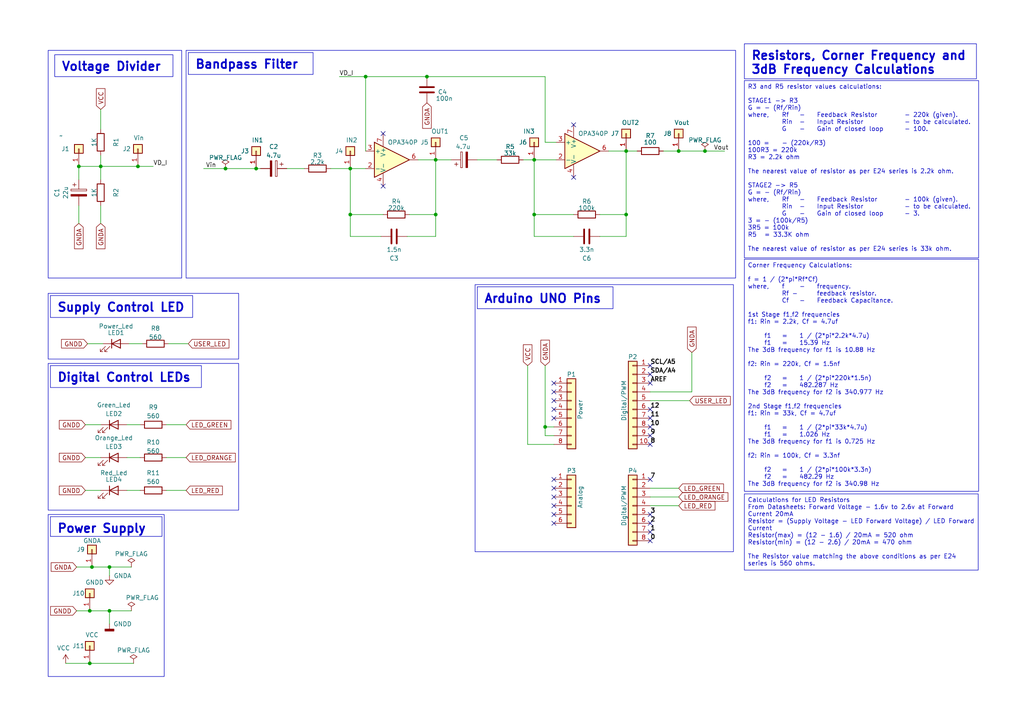
<source format=kicad_sch>
(kicad_sch (version 20230121) (generator eeschema)
  (paper "A4")
  (title_block (title "Amplifier 4th Order Bandpass Filter") (date "2023-04-17") (rev "v1.0") (company "HDA Student/Girish Tabaraddi; Ananya Harish; Drashti Shah") (comment 1 "Group D3"))
  (lib_symbols
    (symbol "Amplifier_Operational:OPA340P" (pin_names (offset 0.127))
      (property "Reference" "U" (at 0 6.35 0))
      (property "Value" "OPA340P" (at 0 3.81 0))
      (symbol "OPA340P_0_1"
        (polyline (pts (xy -5.08 5.08) (xy 5.08 0) (xy -5.08 -5.08) (xy -5.08 5.08)) (stroke (width 0.254)) (fill (type background)))
      )
      (symbol "OPA340P_1_1"
        (pin no_connect line (at -5.08 -2.54 90) (length 2.54) hide (name "NC") (number "1"))
        (pin input line (at -7.62 -2.54 0) (length 2.54) (name "-") (number "2"))
        (pin input line (at -7.62 2.54 0) (length 2.54) (name "+") (number "3"))
        (pin power_in line (at -2.54 -7.62 90) (length 3.81) (name "V-") (number "4"))
        (pin no_connect line (at -2.54 -2.54 90) (length 2.54) hide (name "NC") (number "5"))
        (pin output line (at 7.62 0 180) (length 2.54) (name "~") (number "6"))
        (pin power_in line (at -2.54 7.62 270) (length 3.81) (name "V+") (number "7"))
        (pin no_connect line (at 0 -2.54 90) (length 2.54) hide (name "NC") (number "8"))
      )
    )
    (symbol "Connector_Generic:Conn_01x01" (pin_names (offset 1.016) hide)
      (property "Reference" "J" (at 0 2.54 0))
      (property "Value" "Conn_01x01" (at 0 -2.54 0))
      (symbol "Conn_01x01_1_1"
        (rectangle (start -1.27 0.127) (end 0 -0.127) (stroke (width 0.1524)))
        (rectangle (start -1.27 1.27) (end 1.27 -1.27) (stroke (width 0.254)) (fill (type background)))
        (pin passive line (at -5.08 0 0) (length 3.81) (name "Pin_1") (number "1"))
      )
    )
    (symbol "Connector_Generic:Conn_01x06" (pin_names (offset 1.016) hide)
      (property "Reference" "J" (at 0 7.62 0))
      (property "Value" "Conn_01x06" (at 0 -10.16 0))
      (symbol "Conn_01x06_1_1"
        (rectangle (start -1.27 -7.493) (end 0 -7.747) (stroke (width 0.1524)))
        (rectangle (start -1.27 -4.953) (end 0 -5.207) (stroke (width 0.1524)))
        (rectangle (start -1.27 -2.413) (end 0 -2.667) (stroke (width 0.1524)))
        (rectangle (start -1.27 0.127) (end 0 -0.127) (stroke (width 0.1524)))
        (rectangle (start -1.27 2.667) (end 0 2.413) (stroke (width 0.1524)))
        (rectangle (start -1.27 5.207) (end 0 4.953) (stroke (width 0.1524)))
        (rectangle (start -1.27 6.35) (end 1.27 -8.89) (stroke (width 0.254)) (fill (type background)))
        (pin passive line (at -5.08 5.08 0) (length 3.81) (name "Pin_1") (number "1"))
        (pin passive line (at -5.08 2.54 0) (length 3.81) (name "Pin_2") (number "2"))
        (pin passive line (at -5.08 0 0) (length 3.81) (name "Pin_3") (number "3"))
        (pin passive line (at -5.08 -2.54 0) (length 3.81) (name "Pin_4") (number "4"))
        (pin passive line (at -5.08 -5.08 0) (length 3.81) (name "Pin_5") (number "5"))
        (pin passive line (at -5.08 -7.62 0) (length 3.81) (name "Pin_6") (number "6"))
      )
    )
    (symbol "Connector_Generic:Conn_01x08" (pin_names (offset 1.016) hide)
      (property "Reference" "J" (at 0 10.16 0))
      (property "Value" "Conn_01x08" (at 0 -12.7 0))
      (symbol "Conn_01x08_1_1"
        (rectangle (start -1.27 -10.033) (end 0 -10.287) (stroke (width 0.1524)))
        (rectangle (start -1.27 -7.493) (end 0 -7.747) (stroke (width 0.1524)))
        (rectangle (start -1.27 -4.953) (end 0 -5.207) (stroke (width 0.1524)))
        (rectangle (start -1.27 -2.413) (end 0 -2.667) (stroke (width 0.1524)))
        (rectangle (start -1.27 0.127) (end 0 -0.127) (stroke (width 0.1524)))
        (rectangle (start -1.27 2.667) (end 0 2.413) (stroke (width 0.1524)))
        (rectangle (start -1.27 5.207) (end 0 4.953) (stroke (width 0.1524)))
        (rectangle (start -1.27 7.747) (end 0 7.493) (stroke (width 0.1524)))
        (rectangle (start -1.27 8.89) (end 1.27 -11.43) (stroke (width 0.254)) (fill (type background)))
        (pin passive line (at -5.08 7.62 0) (length 3.81) (name "Pin_1") (number "1"))
        (pin passive line (at -5.08 5.08 0) (length 3.81) (name "Pin_2") (number "2"))
        (pin passive line (at -5.08 2.54 0) (length 3.81) (name "Pin_3") (number "3"))
        (pin passive line (at -5.08 0 0) (length 3.81) (name "Pin_4") (number "4"))
        (pin passive line (at -5.08 -2.54 0) (length 3.81) (name "Pin_5") (number "5"))
        (pin passive line (at -5.08 -5.08 0) (length 3.81) (name "Pin_6") (number "6"))
        (pin passive line (at -5.08 -7.62 0) (length 3.81) (name "Pin_7") (number "7"))
        (pin passive line (at -5.08 -10.16 0) (length 3.81) (name "Pin_8") (number "8"))
      )
    )
    (symbol "Connector_Generic:Conn_01x10" (pin_names (offset 1.016) hide)
      (property "Reference" "J" (at 0 12.7 0))
      (property "Value" "Conn_01x10" (at 0 -15.24 0))
      (symbol "Conn_01x10_1_1"
        (rectangle (start -1.27 -12.573) (end 0 -12.827) (stroke (width 0.1524)))
        (rectangle (start -1.27 -10.033) (end 0 -10.287) (stroke (width 0.1524)))
        (rectangle (start -1.27 -7.493) (end 0 -7.747) (stroke (width 0.1524)))
        (rectangle (start -1.27 -4.953) (end 0 -5.207) (stroke (width 0.1524)))
        (rectangle (start -1.27 -2.413) (end 0 -2.667) (stroke (width 0.1524)))
        (rectangle (start -1.27 0.127) (end 0 -0.127) (stroke (width 0.1524)))
        (rectangle (start -1.27 2.667) (end 0 2.413) (stroke (width 0.1524)))
        (rectangle (start -1.27 5.207) (end 0 4.953) (stroke (width 0.1524)))
        (rectangle (start -1.27 7.747) (end 0 7.493) (stroke (width 0.1524)))
        (rectangle (start -1.27 10.287) (end 0 10.033) (stroke (width 0.1524)))
        (rectangle (start -1.27 11.43) (end 1.27 -13.97) (stroke (width 0.254)) (fill (type background)))
        (pin passive line (at -5.08 10.16 0) (length 3.81) (name "Pin_1") (number "1"))
        (pin passive line (at -5.08 -12.7 0) (length 3.81) (name "Pin_10") (number "10"))
        (pin passive line (at -5.08 7.62 0) (length 3.81) (name "Pin_2") (number "2"))
        (pin passive line (at -5.08 5.08 0) (length 3.81) (name "Pin_3") (number "3"))
        (pin passive line (at -5.08 2.54 0) (length 3.81) (name "Pin_4") (number "4"))
        (pin passive line (at -5.08 0 0) (length 3.81) (name "Pin_5") (number "5"))
        (pin passive line (at -5.08 -2.54 0) (length 3.81) (name "Pin_6") (number "6"))
        (pin passive line (at -5.08 -5.08 0) (length 3.81) (name "Pin_7") (number "7"))
        (pin passive line (at -5.08 -7.62 0) (length 3.81) (name "Pin_8") (number "8"))
        (pin passive line (at -5.08 -10.16 0) (length 3.81) (name "Pin_9") (number "9"))
      )
    )
    (symbol "Device:C" (pin_numbers hide) (pin_names (offset 0.254))
      (property "Reference" "C" (at 0.635 2.54 0))
      (property "Value" "C" (at 0.635 -2.54 0))
      (symbol "C_0_1"
        (polyline (pts (xy -2.032 -0.762) (xy 2.032 -0.762)) (stroke (width 0.508)))
        (polyline (pts (xy -2.032 0.762) (xy 2.032 0.762)) (stroke (width 0.508)))
      )
      (symbol "C_1_1"
        (pin passive line (at 0 3.81 270) (length 2.794) (name "~") (number "1"))
        (pin passive line (at 0 -3.81 90) (length 2.794) (name "~") (number "2"))
      )
    )
    (symbol "Device:C_Polarized" (pin_numbers hide) (pin_names (offset 0.254))
      (property "Reference" "C" (at 0.635 2.54 0))
      (property "Value" "C_Polarized" (at 0.635 -2.54 0))
      (symbol "C_Polarized_0_1"
        (rectangle (start -2.286 0.508) (end 2.286 1.016))
        (polyline (pts (xy -1.778 2.286) (xy -0.762 2.286)))
        (polyline (pts (xy -1.27 2.794) (xy -1.27 1.778)))
        (rectangle (start 2.286 -0.508) (end -2.286 -1.016) (fill (type outline)))
      )
      (symbol "C_Polarized_1_1"
        (pin passive line (at 0 3.81 270) (length 2.794) (name "~") (number "1"))
        (pin passive line (at 0 -3.81 90) (length 2.794) (name "~") (number "2"))
      )
    )
    (symbol "Device:LED" (pin_numbers hide) (pin_names (offset 1.016) hide)
      (property "Reference" "D" (at 0 2.54 0))
      (property "Value" "LED" (at 0 -2.54 0))
      (symbol "LED_0_1"
        (polyline (pts (xy -1.27 -1.27) (xy -1.27 1.27)) (stroke (width 0.254)))
        (polyline (pts (xy -1.27 0) (xy 1.27 0)))
        (polyline (pts (xy 1.27 -1.27) (xy 1.27 1.27) (xy -1.27 0) (xy 1.27 -1.27)) (stroke (width 0.254)))
        (polyline (pts (xy -3.048 -0.762) (xy -4.572 -2.286) (xy -3.81 -2.286) (xy -4.572 -2.286) (xy -4.572 -1.524)))
        (polyline (pts (xy -1.778 -0.762) (xy -3.302 -2.286) (xy -2.54 -2.286) (xy -3.302 -2.286) (xy -3.302 -1.524)))
      )
      (symbol "LED_1_1"
        (pin passive line (at -3.81 0 0) (length 2.54) (name "K") (number "1"))
        (pin passive line (at 3.81 0 180) (length 2.54) (name "A") (number "2"))
      )
    )
    (symbol "Device:R" (pin_numbers hide) (pin_names (offset 0))
      (property "Reference" "R" (at 2.032 0 90))
      (property "Value" "R" (at 0 0 90))
      (symbol "R_0_1"
        (rectangle (start -1.016 -2.54) (end 1.016 2.54) (stroke (width 0.254)))
      )
      (symbol "R_1_1"
        (pin passive line (at 0 3.81 270) (length 1.27) (name "~") (number "1"))
        (pin passive line (at 0 -3.81 90) (length 1.27) (name "~") (number "2"))
      )
    )
    (symbol "VCC_1" (power) (pin_names (offset 0))
      (property "Value" "VCC_1" (at 0 3.81 0))
      (symbol "VCC_1_0_1"
        (polyline (pts (xy -0.762 1.27) (xy 0 2.54)))
        (polyline (pts (xy 0 0) (xy 0 2.54)))
        (polyline (pts (xy 0 2.54) (xy 0.762 1.27)))
      )
      (symbol "VCC_1_1_1"
        (pin power_in line (at 0 0 90) (length 0) hide (name "VCC") (number "1"))
      )
    )
    (symbol "power:GNDA" (power) (pin_names (offset 0))
      (property "Value" "GNDA" (at 0 -3.81 0))
      (symbol "GNDA_0_1"
        (polyline (pts (xy 0 0) (xy 0 -1.27) (xy 1.27 -1.27) (xy 0 -2.54) (xy -1.27 -1.27) (xy 0 -1.27)))
      )
      (symbol "GNDA_1_1"
        (pin power_in line (at 0 0 270) (length 0) hide (name "GNDA") (number "1"))
      )
    )
    (symbol "power:GNDD" (power) (pin_names (offset 0))
      (property "Value" "GNDD" (at 0 -3.175 0))
      (symbol "GNDD_0_1"
        (rectangle (start -1.27 -1.524) (end 1.27 -2.032) (stroke (width 0.254)) (fill (type outline)))
        (polyline (pts (xy 0 0) (xy 0 -1.524)))
      )
      (symbol "GNDD_1_1"
        (pin power_in line (at 0 0 270) (length 0) hide (name "GNDD") (number "1"))
      )
    )
    (symbol "power:PWR_FLAG" (power) (pin_numbers hide) (pin_names (offset 0) hide)
      (property "Value" "PWR_FLAG" (at 0 3.81 0))
      (symbol "PWR_FLAG_0_0"
        (pin power_out line (at 0 0 90) (length 0) (name "pwr") (number "1"))
      )
      (symbol "PWR_FLAG_0_1"
        (polyline (pts (xy 0 0) (xy 0 1.27) (xy -1.016 1.905) (xy 0 2.54) (xy 1.016 1.905) (xy 0 1.27)))
      )
    )
  )
  (junction (at 26.035 177.165))
  (junction (at 101.6 62.23))
  (junction (at 26.67 164.465))
  (junction (at 106.045 22.225))
  (junction (at 181.61 43.815))
  (junction (at 31.75 177.165))
  (junction (at 181.61 62.23))
  (junction (at 126.365 62.23))
  (junction (at 74.295 48.895))
  (junction (at 101.6 48.895))
  (junction (at 154.94 46.355))
  (junction (at 31.75 164.465))
  (junction (at 40.005 48.26))
  (junction (at 26.035 192.405))
  (junction (at 123.825 22.225))
  (junction (at 204.47 43.815))
  (junction (at 22.86 48.26))
  (junction (at 65.405 48.895))
  (junction (at 158.115 123.825))
  (junction (at 126.365 46.355))
  (junction (at 154.94 62.23))
  (junction (at 29.21 48.26))
  (junction (at 196.85 43.815))
  (no_connect (at 188.595 118.745))
  (no_connect (at 188.595 108.585))
  (no_connect (at 188.595 121.285))
  (no_connect (at 188.595 151.765))
  (no_connect (at 188.595 149.225))
  (no_connect (at 160.655 113.665))
  (no_connect (at 188.595 139.065))
  (no_connect (at 160.655 116.205))
  (no_connect (at 188.595 154.305))
  (no_connect (at 188.595 128.905))
  (no_connect (at 188.595 123.825))
  (no_connect (at 188.595 106.045))
  (no_connect (at 111.125 38.735))
  (no_connect (at 160.655 121.285))
  (no_connect (at 160.655 146.685))
  (no_connect (at 166.37 36.195))
  (no_connect (at 160.655 139.065))
  (no_connect (at 160.655 144.145))
  (no_connect (at 188.595 126.365))
  (no_connect (at 188.595 156.845))
  (no_connect (at 160.655 118.745))
  (no_connect (at 160.655 111.125))
  (no_connect (at 188.595 111.125))
  (no_connect (at 160.655 151.765))
  (no_connect (at 111.125 53.975))
  (no_connect (at 166.37 51.435))
  (no_connect (at 160.655 149.225))
  (no_connect (at 160.655 141.605))
  (wire (pts (xy 154.94 62.23) (xy 166.37 62.23)))
  (wire (pts (xy 59.055 48.895) (xy 65.405 48.895)))
  (wire (pts (xy 26.035 192.405) (xy 38.735 192.405)))
  (wire (pts (xy 48.26 123.19) (xy 53.975 123.19)))
  (wire (pts (xy 31.75 164.465) (xy 31.75 167.005)))
  (wire (pts (xy 158.115 41.275) (xy 161.29 41.275)))
  (wire (pts (xy 29.21 64.77) (xy 29.21 59.69)))
  (wire (pts (xy 31.75 164.465) (xy 38.1 164.465)))
  (wire (pts (xy 25.4 99.695) (xy 29.845 99.695)))
  (wire (pts (xy 19.05 192.405) (xy 26.035 192.405)))
  (wire (pts (xy 158.115 123.825) (xy 158.115 126.365)))
  (wire (pts (xy 26.67 164.465) (xy 31.75 164.465)))
  (wire (pts (xy 29.21 45.085) (xy 29.21 48.26)))
  (wire (pts (xy 126.365 68.58) (xy 126.365 62.23)))
  (wire (pts (xy 22.86 48.26) (xy 29.21 48.26)))
  (wire (pts (xy 158.115 22.225) (xy 158.115 41.275)))
  (wire (pts (xy 40.005 48.26) (xy 44.45 48.26)))
  (wire (pts (xy 118.11 68.58) (xy 126.365 68.58)))
  (wire (pts (xy 123.825 22.225) (xy 158.115 22.225)))
  (wire (pts (xy 101.6 62.23) (xy 101.6 48.895)))
  (wire (pts (xy 192.405 43.815) (xy 196.85 43.815)))
  (wire (pts (xy 106.045 43.815) (xy 106.045 22.225)))
  (wire (pts (xy 101.6 48.895) (xy 106.045 48.895)))
  (wire (pts (xy 126.365 46.355) (xy 130.81 46.355)))
  (wire (pts (xy 24.765 132.715) (xy 29.21 132.715)))
  (wire (pts (xy 22.225 164.465) (xy 26.67 164.465)))
  (wire (pts (xy 154.94 68.58) (xy 154.94 62.23)))
  (wire (pts (xy 22.86 52.07) (xy 22.86 48.26)))
  (wire (pts (xy 181.61 43.815) (xy 184.785 43.815)))
  (wire (pts (xy 188.595 113.665) (xy 200.66 113.665)))
  (wire (pts (xy 166.37 68.58) (xy 154.94 68.58)))
  (wire (pts (xy 24.765 142.24) (xy 29.21 142.24)))
  (wire (pts (xy 106.045 22.225) (xy 123.825 22.225)))
  (wire (pts (xy 29.21 31.75) (xy 29.21 37.465)))
  (wire (pts (xy 83.185 48.895) (xy 88.265 48.895)))
  (wire (pts (xy 204.47 43.815) (xy 210.185 43.815)))
  (wire (pts (xy 26.035 177.165) (xy 31.75 177.165)))
  (wire (pts (xy 22.86 64.77) (xy 22.86 59.69)))
  (wire (pts (xy 138.43 46.355) (xy 144.145 46.355)))
  (wire (pts (xy 173.99 68.58) (xy 181.61 68.58)))
  (wire (pts (xy 188.595 144.145) (xy 196.85 144.145)))
  (wire (pts (xy 176.53 43.815) (xy 181.61 43.815)))
  (wire (pts (xy 121.285 46.355) (xy 126.365 46.355)))
  (wire (pts (xy 31.75 177.165) (xy 31.75 180.975)))
  (wire (pts (xy 74.295 48.895) (xy 75.565 48.895)))
  (wire (pts (xy 160.655 126.365) (xy 158.115 126.365)))
  (wire (pts (xy 36.83 123.19) (xy 40.64 123.19)))
  (wire (pts (xy 196.85 43.815) (xy 204.47 43.815)))
  (wire (pts (xy 158.115 106.045) (xy 158.115 123.825)))
  (wire (pts (xy 48.895 99.695) (xy 54.61 99.695)))
  (wire (pts (xy 160.655 128.905) (xy 153.035 128.905)))
  (wire (pts (xy 37.465 99.695) (xy 41.275 99.695)))
  (wire (pts (xy 98.425 22.225) (xy 106.045 22.225)))
  (wire (pts (xy 188.595 116.205) (xy 200.025 116.205)))
  (wire (pts (xy 95.885 48.895) (xy 101.6 48.895)))
  (wire (pts (xy 48.26 142.24) (xy 53.975 142.24)))
  (wire (pts (xy 200.66 102.235) (xy 200.66 113.665)))
  (wire (pts (xy 118.745 62.23) (xy 126.365 62.23)))
  (wire (pts (xy 126.365 62.23) (xy 126.365 46.355)))
  (wire (pts (xy 160.655 123.825) (xy 158.115 123.825)))
  (wire (pts (xy 111.125 62.23) (xy 101.6 62.23)))
  (wire (pts (xy 36.83 142.24) (xy 40.64 142.24)))
  (wire (pts (xy 29.21 48.26) (xy 29.21 52.07)))
  (wire (pts (xy 188.595 146.685) (xy 196.85 146.685)))
  (wire (pts (xy 151.765 46.355) (xy 154.94 46.355)))
  (wire (pts (xy 22.225 177.165) (xy 26.035 177.165)))
  (wire (pts (xy 181.61 62.23) (xy 181.61 68.58)))
  (wire (pts (xy 188.595 141.605) (xy 196.85 141.605)))
  (wire (pts (xy 48.26 132.715) (xy 53.975 132.715)))
  (wire (pts (xy 154.94 62.23) (xy 154.94 46.355)))
  (wire (pts (xy 36.83 132.715) (xy 40.64 132.715)))
  (wire (pts (xy 29.21 48.26) (xy 40.005 48.26)))
  (wire (pts (xy 31.75 177.165) (xy 38.1 177.165)))
  (wire (pts (xy 101.6 68.58) (xy 101.6 62.23)))
  (wire (pts (xy 65.405 48.895) (xy 74.295 48.895)))
  (wire (pts (xy 24.765 123.19) (xy 29.21 123.19)))
  (wire (pts (xy 110.49 68.58) (xy 101.6 68.58)))
  (wire (pts (xy 173.99 62.23) (xy 181.61 62.23)))
  (wire (pts (xy 153.035 128.905) (xy 153.035 106.045)))
  (wire (pts (xy 181.61 43.815) (xy 181.61 62.23)))
  (wire (pts (xy 154.94 46.355) (xy 161.29 46.355)))
  (rectangle (start 13.97 149.225) (end 47.625 196.215))
  (rectangle (start 137.795 82.55) (end 212.725 160.02))
  (rectangle (start 13.97 105.41) (end 69.215 147.955))
  (rectangle (start 13.97 85.09) (end 69.215 104.14))
  (rectangle (start 13.97 14.605) (end 52.705 80.645))
  (rectangle (start 53.975 14.605) (end 213.36 80.645))
  (text_box "Arduino UNO Pins" (at 138.43 83.185 0) (size 39.37 6.35) (effects (font (size 2.5 2.5) (thickness 0.5) bold) (justify left top)))
  (text_box "Supply Control LED" (at 14.605 85.725 0) (size 41.275 6.35) (effects (font (size 2.5 2.5) bold) (justify left top)))
  (text_box "Voltage Divider" (at 15.875 15.875 0) (size 34.29 6.35) (effects (font (size 2.5 2.5) (thickness 0.5) bold) (justify left top)))
  (text_box "Corner Frequency Calculations:\n\nf = 1 / (2*pi*Rf*Cf)\nwhere, 	f	-	frequency.\n		Rf - 	feedback resistor.\n		Cf	- 	Feedback Capacitance.\n\n1st Stage f1,f2 frequencies\nf1: Rin = 2.2k, Cf = 4.7uf\n\n	f1	=	1 / (2*pi*2.2k*4.7u)\n	f1 	= 	15.39 Hz\nThe 3dB frequency for f1 is 10.88 Hz\n\nf2: Rin = 220k, Cf = 1.5nf\n\n	f2	=	1 / (2*pi*220k*1.5n)\n	f2 	= 	482.287 Hz\nThe 3dB frequency for f2 is 340.977 Hz\n\n2nd Stage f1,f2 frequencies\nf1: Rin = 33k, Cf = 4.7uf\n\n	f1	=	1 / (2*pi*33k*4.7u)\n	f1 	= 	1.026 Hz\nThe 3dB frequency for f1 is 0.725 Hz\n\nf2: Rin = 100k, Cf = 3.3nf\n\n	f2	=	1 / (2*pi*100k*3.3n)\n	f2 	= 	482.29 Hz\nThe 3dB frequency for f2 is 340.98 Hz" (at 215.9 75.184 0) (size 67.945 67.31) (effects (font (size 1.27 1.27)) (justify left top)))
  (text_box "Bandpass Filter" (at 54.61 15.24 0) (size 36.195 6.35) (effects (font (size 2.5 2.5) bold) (justify left top)))
  (text_box "R3 and R5 resistor values calculations:\n\nSTAGE1 -> R3\nG =	- (Rf/Rin)\nwhere, 	Rf	-	Feedback Resistor 	- 220k (given).\n		Rin	- 	Input Resistor 		- to be calculated.\n		G	- 	Gain of closed loop	- 100.\n\n100 =	- (220k/R3)\n100R3 = 220k\nR3 = 2.2k ohm\n\nThe nearest value of resistor as per E24 series is 2.2k ohm. \n\nSTAGE2 -> R5\nG =	- (Rf/Rin)\nwhere, 	Rf	-	Feedback Resistor 	- 100k (given).\n		Rin	- 	Input Resistor 		- to be calculated.\n		G	- 	Gain of closed loop	- 3.\n3 = - (100k/R5)\n3R5 = 100k\nR5	= 33.3K ohm\n\nThe nearest value of resistor as per E24 series is 33k ohm. " (at 215.9 23.368 0) (size 67.945 51.435) (effects (font (size 1.27 1.27)) (justify left top)))
  (text_box "Digital Control LEDs" (at 14.605 106.045 0) (size 43.815 6.35) (effects (font (size 2.5 2.5) (thickness 0.5) bold) (justify left top)))
  (text_box "Resistors, Corner Frequency and 3dB Frequency Calculations" (at 215.9 12.7 0) (size 67.31 10.16) (effects (font (size 2.5 2.5) (thickness 0.5) bold) (justify left top)))
  (text_box "Power Supply" (at 14.605 149.86 0) (size 32.385 5.715) (effects (font (size 2.5 2.5) bold) (justify left top)))
  (text_box "Calculations for LED Resistors\nFrom Datasheets: Forward Voltage - 1.6v to 2.6v at Forward Current 20mA\nResistor = (Supply Voltage - LED Forward Voltage) / LED Forward Current\nResistor(max) = (12 - 1.6) / 20mA = 520 ohm\nResistor(min) = (12 - 2.6) / 20mA = 470 ohm\n\nThe Resistor value matching the above conditions as per E24 series is 560 ohms.\n" (at 215.9 143.256 0) (size 67.818 22.098) (effects (font (size 1.27 1.27)) (justify left top)))
  (label "9" (at 188.595 126.365 0) (effects (font bold)))
  (label "11" (at 188.595 121.285 0) (effects (font bold)))
  (label "8" (at 188.595 128.905 0) (effects (font bold)))
  (label "12" (at 188.595 118.745 0) (effects (font bold)))
  (label "AREF" (at 188.595 111.125 0) (effects (font bold)))
  (label "7" (at 188.595 139.065 0) (effects (font bold)))
  (label "0" (at 188.595 156.845 0) (effects (font bold)))
  (label "VD_I" (at 44.45 48.26 0))
  (label "2" (at 188.595 151.765 0) (effects (font bold)))
  (label "Vin" (at 59.69 48.895 0))
  (label "3" (at 188.595 149.225 0) (effects (font bold)))
  (label "SDA{slash}A4" (at 188.595 108.585 0) (effects (font bold)))
  (label "Vout" (at 207.01 43.815 0))
  (label "10" (at 188.595 123.825 0) (effects (font bold)))
  (label "VD_I" (at 98.425 22.225 0))
  (label "1" (at 188.595 154.305 0) (effects (font bold)))
  (label "SCL{slash}A5" (at 188.595 106.045 0) (effects (font bold)))
  (global_label "LED_RED" (shape input) (at 53.975 142.24 0) (property "Intersheetrefs" "${INTERSHEET_REFS}" (effects hide)))
  (global_label "GNDA" (shape input) (at 22.225 164.465 180) (property "Intersheetrefs" "${INTERSHEET_REFS}" (effects hide)))
  (global_label "GNDA" (shape input) (at 123.825 29.845 270) (property "Intersheetrefs" "${INTERSHEET_REFS}" (effects hide)))
  (global_label "VCC" (shape input) (at 153.035 106.045 90) (property "Intersheetrefs" "${INTERSHEET_REFS}" (effects hide)))
  (global_label "GNDA" (shape input) (at 158.115 106.045 90) (property "Intersheetrefs" "${INTERSHEET_REFS}" (effects hide)))
  (global_label "VCC" (shape input) (at 29.21 31.75 90) (property "Intersheetrefs" "${INTERSHEET_REFS}" (effects hide)))
  (global_label "GNDD" (shape input) (at 25.4 99.695 180) (property "Intersheetrefs" "${INTERSHEET_REFS}" (effects hide)))
  (global_label "GNDA" (shape input) (at 22.86 64.77 270) (property "Intersheetrefs" "${INTERSHEET_REFS}" (effects hide)))
  (global_label "GNDA" (shape input) (at 29.21 64.77 270) (property "Intersheetrefs" "${INTERSHEET_REFS}" (effects hide)))
  (global_label "GNDD" (shape input) (at 24.765 123.19 180) (property "Intersheetrefs" "${INTERSHEET_REFS}" (effects hide)))
  (global_label "LED_GREEN" (shape input) (at 53.975 123.19 0) (property "Intersheetrefs" "${INTERSHEET_REFS}" (effects hide)))
  (global_label "USER_LED" (shape input) (at 200.025 116.205 0) (property "Intersheetrefs" "${INTERSHEET_REFS}" (effects hide)))
  (global_label "GNDD" (shape input) (at 22.225 177.165 180) (property "Intersheetrefs" "${INTERSHEET_REFS}" (effects hide)))
  (global_label "LED_ORANGE" (shape input) (at 196.85 144.145 0) (property "Intersheetrefs" "${INTERSHEET_REFS}" (effects hide)))
  (global_label "GNDA" (shape input) (at 200.66 102.235 90) (property "Intersheetrefs" "${INTERSHEET_REFS}" (effects hide)))
  (global_label "LED_ORANGE" (shape input) (at 53.975 132.715 0) (property "Intersheetrefs" "${INTERSHEET_REFS}" (effects hide)))
  (global_label "LED_RED" (shape input) (at 196.85 146.685 0) (property "Intersheetrefs" "${INTERSHEET_REFS}" (effects hide)))
  (global_label "GNDD" (shape input) (at 24.765 142.24 180) (property "Intersheetrefs" "${INTERSHEET_REFS}" (effects hide)))
  (global_label "GNDD" (shape input) (at 24.765 132.715 180) (property "Intersheetrefs" "${INTERSHEET_REFS}" (effects hide)))
  (global_label "LED_GREEN" (shape input) (at 196.85 141.605 0) (property "Intersheetrefs" "${INTERSHEET_REFS}" (effects hide)))
  (global_label "USER_LED" (shape input) (at 54.61 99.695 0) (property "Intersheetrefs" "${INTERSHEET_REFS}" (effects hide)))
  (symbol (lib_id "Connector_Generic:Conn_01x08") (at 165.735 118.745 0) (unit 1)
    (property "Reference" "P1" (at 165.735 108.585 0))
    (property "Value" "Power" (at 168.275 118.745 90))
    (property "Footprint" "Connector_PinSocket_2.54mm:PinSocket_1x08_P2.54mm_Vertical" (effects hide))
  )
  (symbol (lib_id "Connector_Generic:Conn_01x10") (at 183.515 116.205 0) (mirror y) (unit 1)
    (property "Reference" "P2" (at 183.515 103.505 0))
    (property "Value" "Digital/PWM" (at 180.975 116.205 90))
    (property "Footprint" "Connector_PinSocket_2.54mm:PinSocket_1x10_P2.54mm_Vertical" (effects hide))
  )
  (symbol (lib_id "Connector_Generic:Conn_01x06") (at 165.735 144.145 0) (unit 1)
    (property "Reference" "P3" (at 165.735 136.525 0))
    (property "Value" "Analog" (at 168.275 144.145 90))
    (property "Footprint" "Connector_PinSocket_2.54mm:PinSocket_1x06_P2.54mm_Vertical" (effects hide))
  )
  (symbol (lib_id "Connector_Generic:Conn_01x08") (at 183.515 146.685 0) (mirror y) (unit 1)
    (property "Reference" "P4" (at 183.515 136.525 0))
    (property "Value" "Digital/PWM" (at 180.975 146.685 90))
    (property "Footprint" "Connector_PinSocket_2.54mm:PinSocket_1x08_P2.54mm_Vertical" (effects hide))
  )
  (symbol (lib_id "power:PWR_FLAG") (at 38.1 164.465 0) (unit 1)
    (property "Reference" "#FLG01" (effects hide))
    (property "Value" "PWR_FLAG" (at 38.1 160.655 0))
  )
  (symbol (lib_id "Device:C_Polarized") (at 22.86 55.88 0) (unit 1)
    (property "Reference" "C1" (at 16.51 55.88 90))
    (property "Value" "22u" (at 19.05 55.88 90))
    (property "Footprint" "Capacitor_THT:CP_Radial_D5.0mm_P2.50mm" (effects hide))
  )
  (symbol (lib_id "Device:LED") (at 33.655 99.695 0) (unit 1)
    (property "Reference" "LED1" (at 33.655 96.52 0))
    (property "Value" "Power_Led" (at 33.655 94.615 0))
    (property "Footprint" "Diode_SMD:D_1206_3216Metric_Pad1.42x1.75mm_HandSolder" (effects hide))
  )
  (symbol (lib_id "power:PWR_FLAG") (at 38.735 192.405 0) (unit 1)
    (property "Reference" "#FLG03" (effects hide))
    (property "Value" "PWR_FLAG" (at 38.735 188.595 0))
  )
  (symbol (lib_id "Connector_Generic:Conn_01x01") (at 74.295 43.815 90) (unit 1)
    (property "Reference" "J3" (at 69.85 43.815 90) (effects (justify right)))
    (property "Value" "IN1" (at 73.025 40.64 90) (effects (justify right)))
    (property "Footprint" "Connector_Pin:Pin_D1.0mm_L10.0mm" (effects hide))
  )
  (symbol (lib_id "Device:LED") (at 33.02 132.715 0) (unit 1)
    (property "Reference" "LED3" (at 33.02 129.54 0))
    (property "Value" "Orange_Led" (at 33.02 127 0))
    (property "Footprint" "Diode_SMD:D_1206_3216Metric_Pad1.42x1.75mm_HandSolder" (effects hide))
  )
  (symbol (lib_id "Device:R") (at 44.45 132.715 90) (unit 1)
    (property "Reference" "R10" (at 44.45 128.27 90))
    (property "Value" "560" (at 44.45 130.81 90))
    (property "Footprint" "Resistor_THT:R_Axial_DIN0204_L3.6mm_D1.6mm_P5.08mm_Horizontal" (effects hide))
  )
  (symbol (lib_id "power:PWR_FLAG") (at 38.1 177.165 0) (unit 1)
    (property "Reference" "#FLG02" (effects hide))
    (property "Value" "PWR_FLAG" (at 41.275 173.355 0))
  )
  (symbol (lib_id "Device:R") (at 147.955 46.355 90) (unit 1)
    (property "Reference" "R5" (at 147.955 42.545 90))
    (property "Value" "33k" (at 147.955 44.45 90))
    (property "Footprint" "Resistor_THT:R_Axial_DIN0204_L3.6mm_D1.6mm_P5.08mm_Horizontal" (effects hide))
  )
  (symbol (lib_id "Amplifier_Operational:OPA340P") (at 168.91 43.815 0) (unit 1)
    (property "Reference" "U2" (effects hide))
    (property "Value" "OPA340P" (at 172.085 38.735 0))
    (property "Footprint" "Package_DIP:DIP-8_W7.62mm" (effects hide))
    (property "Datasheet" "http://www.ti.com/lit/ds/symlink/opa340.pdf" (effects hide))
  )
  (symbol (lib_id "Device:R") (at 44.45 123.19 90) (unit 1)
    (property "Reference" "R9" (at 44.45 118.11 90))
    (property "Value" "560" (at 44.45 120.65 90))
    (property "Footprint" "Resistor_THT:R_Axial_DIN0204_L3.6mm_D1.6mm_P5.08mm_Horizontal" (effects hide))
  )
  (symbol (lib_id "Device:LED") (at 33.02 142.24 0) (unit 1)
    (property "Reference" "LED4" (at 33.02 139.065 0))
    (property "Value" "Red_Led" (at 33.02 137.16 0))
    (property "Footprint" "Diode_SMD:D_1206_3216Metric_Pad1.42x1.75mm_HandSolder" (effects hide))
  )
  (symbol (lib_id "Connector_Generic:Conn_01x01") (at 26.67 159.385 90) (unit 1)
    (property "Reference" "J9" (at 22.225 159.385 90) (effects (justify right)))
    (property "Value" "GNDA" (at 24.13 156.845 90) (effects (justify right)))
    (property "Footprint" "Connector_Pin:Pin_D1.0mm_L10.0mm" (effects hide))
  )
  (symbol (lib_id "Connector_Generic:Conn_01x01") (at 126.365 41.275 90) (unit 1)
    (property "Reference" "J5" (at 121.92 41.275 90) (effects (justify right)))
    (property "Value" "OUT1" (at 125.095 38.1 90) (effects (justify right)))
    (property "Footprint" "Connector_Pin:Pin_D1.0mm_L10.0mm" (effects hide))
  )
  (symbol (lib_id "Device:R") (at 114.935 62.23 90) (unit 1)
    (property "Reference" "R4" (at 114.935 58.42 90))
    (property "Value" "220k" (at 114.935 60.325 90))
    (property "Footprint" "Resistor_THT:R_Axial_DIN0204_L3.6mm_D1.6mm_P5.08mm_Horizontal" (effects hide))
  )
  (symbol (lib_id "power:PWR_FLAG") (at 204.47 43.815 0) (unit 1)
    (property "Reference" "#FLG05" (effects hide))
    (property "Value" "PWR_FLAG" (at 204.47 40.64 0))
  )
  (symbol (lib_id "power:GNDD") (at 31.75 180.975 0) (unit 1)
    (property "Reference" "#PWR02" (effects hide))
    (property "Value" "GNDD" (at 35.56 180.975 0))
  )
  (symbol (lib_id "Device:R") (at 188.595 43.815 90) (unit 1)
    (property "Reference" "R7" (at 188.595 39.37 90))
    (property "Value" "100" (at 188.595 41.275 90))
    (property "Footprint" "Resistor_THT:R_Axial_DIN0204_L3.6mm_D1.6mm_P5.08mm_Horizontal" (effects hide))
  )
  (symbol (lib_id "Device:R") (at 170.18 62.23 90) (unit 1)
    (property "Reference" "R6" (at 170.18 58.42 90))
    (property "Value" "100k" (at 170.18 60.325 90))
    (property "Footprint" "Resistor_THT:R_Axial_DIN0204_L3.6mm_D1.6mm_P5.08mm_Horizontal" (effects hide))
  )
  (symbol (lib_id "Connector_Generic:Conn_01x01") (at 40.005 43.18 90) (unit 1)
    (property "Reference" "J2" (at 35.56 43.18 90) (effects (justify right)))
    (property "Value" "Vin" (at 38.735 40.005 90) (effects (justify right)))
    (property "Footprint" "Connector_Pin:Pin_D1.0mm_L10.0mm" (effects hide))
  )
  (symbol (lib_id "Device:R") (at 44.45 142.24 90) (unit 1)
    (property "Reference" "R11" (at 44.45 137.16 90))
    (property "Value" "560" (at 44.45 139.7 90))
    (property "Footprint" "Resistor_THT:R_Axial_DIN0204_L3.6mm_D1.6mm_P5.08mm_Horizontal" (effects hide))
  )
  (symbol (lib_id "Connector_Generic:Conn_01x01") (at 22.86 43.18 90) (unit 1)
    (property "Reference" "J1" (at 17.78 43.18 90) (effects (justify right)))
    (property "Value" "~" (at 17.145 39.37 90) (effects (justify right)))
    (property "Footprint" "Connector_Pin:Pin_D1.0mm_L10.0mm" (effects hide))
  )
  (symbol (lib_id "Amplifier_Operational:OPA340P") (at 113.665 46.355 0) (unit 1)
    (property "Reference" "U1" (effects hide))
    (property "Value" "OPA340P" (at 116.84 41.275 0))
    (property "Footprint" "Package_DIP:DIP-8_W7.62mm" (effects hide))
    (property "Datasheet" "http://www.ti.com/lit/ds/symlink/opa340.pdf" (effects hide))
  )
  (symbol (lib_id "Device:R") (at 92.075 48.895 90) (unit 1)
    (property "Reference" "R3" (at 92.075 45.085 90))
    (property "Value" "2.2k" (at 92.075 46.99 90))
    (property "Footprint" "Resistor_THT:R_Axial_DIN0204_L3.6mm_D1.6mm_P5.08mm_Horizontal" (effects hide))
  )
  (symbol (lib_id "Connector_Generic:Conn_01x01") (at 26.035 172.085 90) (unit 1)
    (property "Reference" "J10" (at 20.955 172.085 90) (effects (justify right)))
    (property "Value" "GNDD" (at 24.765 168.91 90) (effects (justify right)))
    (property "Footprint" "Connector_Pin:Pin_D1.0mm_L10.0mm" (effects hide))
  )
  (symbol (lib_id "power:PWR_FLAG") (at 65.405 48.895 0) (unit 1)
    (property "Reference" "#FLG04" (effects hide))
    (property "Value" "PWR_FLAG" (at 65.405 45.72 0))
  )
  (symbol (lib_id "Device:C") (at 170.18 68.58 90) (unit 1)
    (property "Reference" "C6" (at 170.18 74.93 90))
    (property "Value" "3.3n" (at 170.18 72.39 90))
    (property "Footprint" "Capacitor_THT:C_Disc_D4.3mm_W1.9mm_P5.00mm" (effects hide))
  )
  (symbol (lib_id "Device:C_Polarized") (at 79.375 48.895 270) (unit 1)
    (property "Reference" "C2" (at 79.375 42.545 90))
    (property "Value" "4.7u" (at 79.375 45.085 90))
    (property "Footprint" "Capacitor_THT:CP_Radial_D5.0mm_P2.50mm" (effects hide))
  )
  (symbol (lib_id "Connector_Generic:Conn_01x01") (at 26.035 187.325 90) (unit 1)
    (property "Reference" "J11" (at 20.955 187.325 90) (effects (justify right)))
    (property "Value" "VCC" (at 24.765 184.15 90) (effects (justify right)))
    (property "Footprint" "Connector_Pin:Pin_D1.0mm_L10.0mm" (effects hide))
  )
  (symbol (lib_id "Connector_Generic:Conn_01x01") (at 154.94 41.275 90) (unit 1)
    (property "Reference" "J6" (at 150.495 41.275 90) (effects (justify right)))
    (property "Value" "IN3" (at 151.765 38.1 90) (effects (justify right)))
    (property "Footprint" "Connector_Pin:Pin_D1.0mm_L10.0mm" (effects hide))
  )
  (symbol (lib_id "power:GNDA") (at 31.75 167.005 0) (unit 1)
    (property "Reference" "#PWR03" (effects hide))
    (property "Value" "GNDA" (at 35.56 167.005 0))
  )
  (symbol (lib_id "Device:R") (at 29.21 41.275 180) (unit 1)
    (property "Reference" "R1" (at 33.655 41.275 90))
    (property "Value" "1K" (at 27.305 41.275 90))
    (property "Footprint" "Resistor_THT:R_Axial_DIN0204_L3.6mm_D1.6mm_P5.08mm_Horizontal" (effects hide))
  )
  (symbol (lib_id "Connector_Generic:Conn_01x01") (at 196.85 38.735 90) (unit 1)
    (property "Reference" "J8" (at 192.405 38.735 90) (effects (justify right)))
    (property "Value" "Vout" (at 195.58 35.56 90) (effects (justify right)))
    (property "Footprint" "Connector_Pin:Pin_D1.0mm_L10.0mm" (effects hide))
  )
  (symbol (lib_id "Device:R") (at 45.085 99.695 90) (unit 1)
    (property "Reference" "R8" (at 45.085 95.25 90))
    (property "Value" "560" (at 45.085 97.79 90))
    (property "Footprint" "Resistor_THT:R_Axial_DIN0204_L3.6mm_D1.6mm_P5.08mm_Horizontal" (effects hide))
  )
  (symbol (lib_id "Device:C_Polarized") (at 134.62 46.355 90) (unit 1)
    (property "Reference" "C5" (at 135.89 40.005 90) (effects (justify left)))
    (property "Value" "4.7u" (at 136.525 42.545 90) (effects (justify left)))
    (property "Footprint" "Capacitor_THT:CP_Radial_D5.0mm_P2.50mm" (effects hide))
  )
  (symbol (lib_name "VCC_1") (lib_id "power:VCC") (at 19.05 192.405 0) (unit 1)
    (property "Reference" "#PWR01" (effects hide))
    (property "Value" "VCC" (at 18.415 187.96 0))
  )
  (symbol (lib_id "Device:C") (at 123.825 26.035 0) (unit 1)
    (property "Reference" "C4" (at 127 26.67 0) (effects (justify left)))
    (property "Value" "100n" (at 126.365 28.575 0) (effects (justify left)))
    (property "Footprint" "Capacitor_THT:C_Disc_D4.3mm_W1.9mm_P5.00mm" (effects hide))
  )
  (symbol (lib_id "Connector_Generic:Conn_01x01") (at 181.61 38.735 90) (unit 1)
    (property "Reference" "J7" (at 177.165 38.735 90) (effects (justify right)))
    (property "Value" "OUT2" (at 180.34 35.56 90) (effects (justify right)))
    (property "Footprint" "Connector_Pin:Pin_D1.0mm_L10.0mm" (effects hide))
  )
  (symbol (lib_id "Connector_Generic:Conn_01x01") (at 101.6 43.815 90) (unit 1)
    (property "Reference" "J4" (at 97.155 43.815 90) (effects (justify right)))
    (property "Value" "IN2" (at 100.33 40.64 90) (effects (justify right)))
    (property "Footprint" "Connector_Pin:Pin_D1.0mm_L10.0mm" (effects hide))
  )
  (symbol (lib_id "Device:C") (at 114.3 68.58 90) (unit 1)
    (property "Reference" "C3" (at 114.3 74.93 90))
    (property "Value" "1.5n" (at 114.3 72.39 90))
    (property "Footprint" "Capacitor_THT:C_Disc_D4.3mm_W1.9mm_P5.00mm" (effects hide))
  )
  (symbol (lib_id "Device:R") (at 29.21 55.88 180) (unit 1)
    (property "Reference" "R2" (at 33.655 55.88 90))
    (property "Value" "1K" (at 27.305 55.88 90))
    (property "Footprint" "Resistor_THT:R_Axial_DIN0204_L3.6mm_D1.6mm_P5.08mm_Horizontal" (effects hide))
  )
  (symbol (lib_id "Device:LED") (at 33.02 123.19 0) (unit 1)
    (property "Reference" "LED2" (at 33.02 120.015 0))
    (property "Value" "Green_Led" (at 33.02 117.475 0))
    (property "Footprint" "Diode_SMD:D_1206_3216Metric_Pad1.42x1.75mm_HandSolder" (effects hide))
  )
)
</source>
